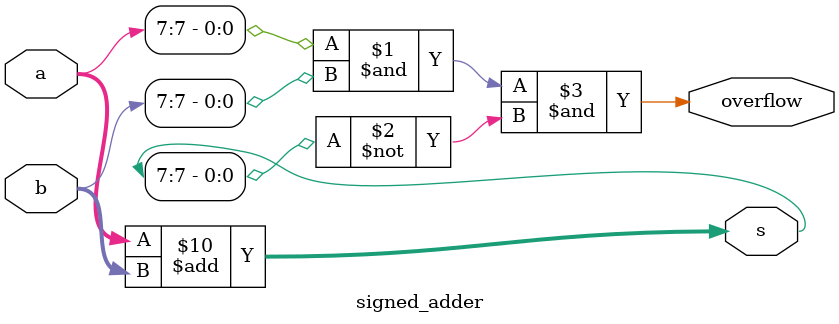
<source format=v>

module signed_adder(input [7:0] a,
    input [7:0] b,
    output [7:0] s,
    output overflow
); 

// The numbers a and b are added to the output s. 
// assign the occurence of the signed overflow of a and b to the output overflow.
// a signed overflow occurs if the most significant bits of a and b are low and the most significant bit of s is high
// a signed overflow may also occur if the most significant bits of a and b are high and the most significant bit of s is low


assign overflow = (a[7] & b[7] & ~s[7]) | (a[7] & ~a[7] & ~b[7] & s[7]);

// The output s is the sum of the two inputs. 
assign s = a + b;

endmodule

</source>
